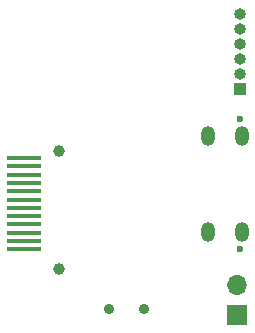
<source format=gbr>
%TF.GenerationSoftware,KiCad,Pcbnew,(6.0.0)*%
%TF.CreationDate,2022-02-02T23:07:07+08:00*%
%TF.ProjectId,screen,73637265-656e-42e6-9b69-6361645f7063,rev?*%
%TF.SameCoordinates,Original*%
%TF.FileFunction,Soldermask,Bot*%
%TF.FilePolarity,Negative*%
%FSLAX46Y46*%
G04 Gerber Fmt 4.6, Leading zero omitted, Abs format (unit mm)*
G04 Created by KiCad (PCBNEW (6.0.0)) date 2022-02-02 23:07:07*
%MOMM*%
%LPD*%
G01*
G04 APERTURE LIST*
%ADD10C,0.600000*%
%ADD11O,1.200000X1.700000*%
%ADD12R,1.000000X1.000000*%
%ADD13O,1.000000X1.000000*%
%ADD14C,0.900000*%
%ADD15R,1.700000X1.700000*%
%ADD16O,1.700000X1.700000*%
%ADD17C,1.000000*%
%ADD18R,3.000000X0.350000*%
G04 APERTURE END LIST*
D10*
%TO.C,J1*%
X148920000Y-95300000D03*
X148920000Y-106300000D03*
D11*
X146150000Y-104899999D03*
X146150000Y-96700000D03*
X149090000Y-96700000D03*
X149090000Y-104899999D03*
%TD*%
D12*
%TO.C,J2*%
X148900000Y-92760000D03*
D13*
X148900000Y-91490000D03*
X148900000Y-90220000D03*
X148900000Y-88950000D03*
X148900000Y-87680000D03*
X148900000Y-86410000D03*
%TD*%
D14*
%TO.C,SW3*%
X137800000Y-111430000D03*
X140800000Y-111430000D03*
%TD*%
D15*
%TO.C,J3*%
X148650000Y-111900000D03*
D16*
X148650000Y-109360000D03*
%TD*%
D17*
%TO.C,J4*%
X133585000Y-98000000D03*
X133585000Y-108000000D03*
D18*
X130585000Y-106320000D03*
X130585000Y-105620000D03*
X130585000Y-104920000D03*
X130585000Y-104220000D03*
X130585000Y-103520000D03*
X130585000Y-102820000D03*
X130585000Y-102120000D03*
X130585000Y-101420000D03*
X130585000Y-100720000D03*
X130585000Y-100020000D03*
X130585000Y-99320000D03*
X130585000Y-98620000D03*
%TD*%
M02*

</source>
